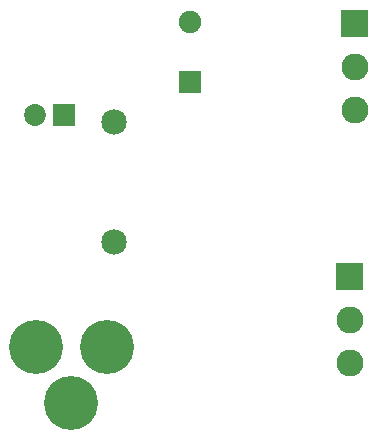
<source format=gts>
G04 MADE WITH FRITZING*
G04 WWW.FRITZING.ORG*
G04 DOUBLE SIDED*
G04 HOLES PLATED*
G04 CONTOUR ON CENTER OF CONTOUR VECTOR*
%ASAXBY*%
%FSLAX23Y23*%
%MOIN*%
%OFA0B0*%
%SFA1.0B1.0*%
%ADD10C,0.090000*%
%ADD11C,0.072992*%
%ADD12C,0.085000*%
%ADD13C,0.075000*%
%ADD14C,0.180000*%
%ADD15R,0.072992X0.072992*%
%ADD16R,0.001000X0.001000*%
%LNMASK1*%
G90*
G70*
G54D10*
X1262Y1408D03*
X1262Y1264D03*
X1262Y1119D03*
X1262Y1408D03*
X1262Y1264D03*
X1262Y1119D03*
G54D11*
X294Y1103D03*
X196Y1103D03*
G54D12*
X460Y1081D03*
X460Y681D03*
G54D10*
X1246Y565D03*
X1246Y421D03*
X1246Y276D03*
X1246Y565D03*
X1246Y421D03*
X1246Y276D03*
G54D13*
X713Y1413D03*
X713Y1213D03*
X713Y1413D03*
X713Y1213D03*
G54D14*
X436Y330D03*
X199Y330D03*
X317Y145D03*
X436Y330D03*
X199Y330D03*
X317Y145D03*
G54D15*
X294Y1103D03*
G54D16*
X1217Y1453D02*
X1306Y1453D01*
X1217Y1452D02*
X1306Y1452D01*
X1217Y1451D02*
X1306Y1451D01*
X1217Y1450D02*
X1306Y1450D01*
X1217Y1449D02*
X1306Y1449D01*
X1217Y1448D02*
X1306Y1448D01*
X1217Y1447D02*
X1306Y1447D01*
X1217Y1446D02*
X1306Y1446D01*
X1217Y1445D02*
X1306Y1445D01*
X1217Y1444D02*
X1306Y1444D01*
X1217Y1443D02*
X1306Y1443D01*
X1217Y1442D02*
X1306Y1442D01*
X1217Y1441D02*
X1306Y1441D01*
X1217Y1440D02*
X1306Y1440D01*
X1217Y1439D02*
X1306Y1439D01*
X1217Y1438D02*
X1306Y1438D01*
X1217Y1437D02*
X1306Y1437D01*
X1217Y1436D02*
X1306Y1436D01*
X1217Y1435D02*
X1306Y1435D01*
X1217Y1434D02*
X1306Y1434D01*
X1217Y1433D02*
X1306Y1433D01*
X1217Y1432D02*
X1306Y1432D01*
X1217Y1431D02*
X1306Y1431D01*
X1217Y1430D02*
X1306Y1430D01*
X1217Y1429D02*
X1306Y1429D01*
X1217Y1428D02*
X1306Y1428D01*
X1217Y1427D02*
X1306Y1427D01*
X1217Y1426D02*
X1256Y1426D01*
X1268Y1426D02*
X1306Y1426D01*
X1217Y1425D02*
X1253Y1425D01*
X1270Y1425D02*
X1306Y1425D01*
X1217Y1424D02*
X1251Y1424D01*
X1272Y1424D02*
X1306Y1424D01*
X1217Y1423D02*
X1250Y1423D01*
X1273Y1423D02*
X1306Y1423D01*
X1217Y1422D02*
X1249Y1422D01*
X1275Y1422D02*
X1306Y1422D01*
X1217Y1421D02*
X1248Y1421D01*
X1276Y1421D02*
X1306Y1421D01*
X1217Y1420D02*
X1247Y1420D01*
X1276Y1420D02*
X1306Y1420D01*
X1217Y1419D02*
X1246Y1419D01*
X1277Y1419D02*
X1306Y1419D01*
X1217Y1418D02*
X1245Y1418D01*
X1278Y1418D02*
X1306Y1418D01*
X1217Y1417D02*
X1245Y1417D01*
X1278Y1417D02*
X1306Y1417D01*
X1217Y1416D02*
X1244Y1416D01*
X1279Y1416D02*
X1306Y1416D01*
X1217Y1415D02*
X1244Y1415D01*
X1279Y1415D02*
X1306Y1415D01*
X1217Y1414D02*
X1243Y1414D01*
X1280Y1414D02*
X1306Y1414D01*
X1217Y1413D02*
X1243Y1413D01*
X1280Y1413D02*
X1306Y1413D01*
X1217Y1412D02*
X1243Y1412D01*
X1280Y1412D02*
X1306Y1412D01*
X1217Y1411D02*
X1243Y1411D01*
X1281Y1411D02*
X1306Y1411D01*
X1217Y1410D02*
X1242Y1410D01*
X1281Y1410D02*
X1306Y1410D01*
X1217Y1409D02*
X1242Y1409D01*
X1281Y1409D02*
X1306Y1409D01*
X1217Y1408D02*
X1242Y1408D01*
X1281Y1408D02*
X1306Y1408D01*
X1217Y1407D02*
X1242Y1407D01*
X1281Y1407D02*
X1306Y1407D01*
X1217Y1406D02*
X1242Y1406D01*
X1281Y1406D02*
X1306Y1406D01*
X1217Y1405D02*
X1243Y1405D01*
X1281Y1405D02*
X1306Y1405D01*
X1217Y1404D02*
X1243Y1404D01*
X1280Y1404D02*
X1306Y1404D01*
X1217Y1403D02*
X1243Y1403D01*
X1280Y1403D02*
X1306Y1403D01*
X1217Y1402D02*
X1243Y1402D01*
X1280Y1402D02*
X1306Y1402D01*
X1217Y1401D02*
X1244Y1401D01*
X1279Y1401D02*
X1306Y1401D01*
X1217Y1400D02*
X1244Y1400D01*
X1279Y1400D02*
X1306Y1400D01*
X1217Y1399D02*
X1245Y1399D01*
X1278Y1399D02*
X1306Y1399D01*
X1217Y1398D02*
X1245Y1398D01*
X1278Y1398D02*
X1306Y1398D01*
X1217Y1397D02*
X1246Y1397D01*
X1277Y1397D02*
X1306Y1397D01*
X1217Y1396D02*
X1247Y1396D01*
X1276Y1396D02*
X1306Y1396D01*
X1217Y1395D02*
X1248Y1395D01*
X1275Y1395D02*
X1306Y1395D01*
X1217Y1394D02*
X1249Y1394D01*
X1274Y1394D02*
X1306Y1394D01*
X1217Y1393D02*
X1250Y1393D01*
X1273Y1393D02*
X1306Y1393D01*
X1217Y1392D02*
X1251Y1392D01*
X1272Y1392D02*
X1306Y1392D01*
X1217Y1391D02*
X1253Y1391D01*
X1270Y1391D02*
X1306Y1391D01*
X1217Y1390D02*
X1256Y1390D01*
X1267Y1390D02*
X1306Y1390D01*
X1217Y1389D02*
X1306Y1389D01*
X1217Y1388D02*
X1306Y1388D01*
X1217Y1387D02*
X1306Y1387D01*
X1217Y1386D02*
X1306Y1386D01*
X1217Y1385D02*
X1306Y1385D01*
X1217Y1384D02*
X1306Y1384D01*
X1217Y1383D02*
X1306Y1383D01*
X1217Y1382D02*
X1306Y1382D01*
X1217Y1381D02*
X1306Y1381D01*
X1217Y1380D02*
X1306Y1380D01*
X1217Y1379D02*
X1306Y1379D01*
X1217Y1378D02*
X1306Y1378D01*
X1217Y1377D02*
X1306Y1377D01*
X1217Y1376D02*
X1306Y1376D01*
X1217Y1375D02*
X1306Y1375D01*
X1217Y1374D02*
X1306Y1374D01*
X1217Y1373D02*
X1306Y1373D01*
X1217Y1372D02*
X1306Y1372D01*
X1217Y1371D02*
X1306Y1371D01*
X1217Y1370D02*
X1306Y1370D01*
X1217Y1369D02*
X1306Y1369D01*
X1217Y1368D02*
X1306Y1368D01*
X1217Y1367D02*
X1306Y1367D01*
X1217Y1366D02*
X1306Y1366D01*
X1217Y1365D02*
X1306Y1365D01*
X1217Y1364D02*
X1306Y1364D01*
X676Y1250D02*
X750Y1250D01*
X676Y1249D02*
X750Y1249D01*
X676Y1248D02*
X750Y1248D01*
X676Y1247D02*
X750Y1247D01*
X676Y1246D02*
X750Y1246D01*
X676Y1245D02*
X750Y1245D01*
X676Y1244D02*
X750Y1244D01*
X676Y1243D02*
X750Y1243D01*
X676Y1242D02*
X750Y1242D01*
X676Y1241D02*
X750Y1241D01*
X676Y1240D02*
X750Y1240D01*
X676Y1239D02*
X750Y1239D01*
X676Y1238D02*
X750Y1238D01*
X676Y1237D02*
X750Y1237D01*
X676Y1236D02*
X750Y1236D01*
X676Y1235D02*
X750Y1235D01*
X676Y1234D02*
X750Y1234D01*
X676Y1233D02*
X750Y1233D01*
X676Y1232D02*
X750Y1232D01*
X676Y1231D02*
X750Y1231D01*
X676Y1230D02*
X750Y1230D01*
X676Y1229D02*
X750Y1229D01*
X676Y1228D02*
X750Y1228D01*
X676Y1227D02*
X750Y1227D01*
X676Y1226D02*
X750Y1226D01*
X676Y1225D02*
X750Y1225D01*
X676Y1224D02*
X750Y1224D01*
X676Y1223D02*
X750Y1223D01*
X676Y1222D02*
X750Y1222D01*
X676Y1221D02*
X709Y1221D01*
X716Y1221D02*
X750Y1221D01*
X676Y1220D02*
X707Y1220D01*
X718Y1220D02*
X750Y1220D01*
X676Y1219D02*
X706Y1219D01*
X719Y1219D02*
X750Y1219D01*
X676Y1218D02*
X705Y1218D01*
X720Y1218D02*
X750Y1218D01*
X676Y1217D02*
X705Y1217D01*
X721Y1217D02*
X750Y1217D01*
X676Y1216D02*
X704Y1216D01*
X721Y1216D02*
X750Y1216D01*
X676Y1215D02*
X704Y1215D01*
X722Y1215D02*
X750Y1215D01*
X676Y1214D02*
X704Y1214D01*
X722Y1214D02*
X750Y1214D01*
X676Y1213D02*
X704Y1213D01*
X722Y1213D02*
X750Y1213D01*
X676Y1212D02*
X704Y1212D01*
X722Y1212D02*
X750Y1212D01*
X676Y1211D02*
X704Y1211D01*
X722Y1211D02*
X750Y1211D01*
X676Y1210D02*
X704Y1210D01*
X722Y1210D02*
X750Y1210D01*
X676Y1209D02*
X704Y1209D01*
X721Y1209D02*
X750Y1209D01*
X676Y1208D02*
X705Y1208D01*
X721Y1208D02*
X750Y1208D01*
X676Y1207D02*
X706Y1207D01*
X720Y1207D02*
X750Y1207D01*
X676Y1206D02*
X707Y1206D01*
X719Y1206D02*
X750Y1206D01*
X676Y1205D02*
X708Y1205D01*
X718Y1205D02*
X750Y1205D01*
X676Y1204D02*
X711Y1204D01*
X714Y1204D02*
X750Y1204D01*
X676Y1203D02*
X750Y1203D01*
X676Y1202D02*
X750Y1202D01*
X676Y1201D02*
X750Y1201D01*
X676Y1200D02*
X750Y1200D01*
X676Y1199D02*
X750Y1199D01*
X676Y1198D02*
X750Y1198D01*
X676Y1197D02*
X750Y1197D01*
X676Y1196D02*
X750Y1196D01*
X676Y1195D02*
X750Y1195D01*
X676Y1194D02*
X750Y1194D01*
X676Y1193D02*
X750Y1193D01*
X676Y1192D02*
X750Y1192D01*
X676Y1191D02*
X750Y1191D01*
X676Y1190D02*
X750Y1190D01*
X676Y1189D02*
X750Y1189D01*
X676Y1188D02*
X750Y1188D01*
X676Y1187D02*
X750Y1187D01*
X676Y1186D02*
X750Y1186D01*
X676Y1185D02*
X750Y1185D01*
X676Y1184D02*
X750Y1184D01*
X676Y1183D02*
X750Y1183D01*
X676Y1182D02*
X750Y1182D01*
X676Y1181D02*
X750Y1181D01*
X676Y1180D02*
X750Y1180D01*
X676Y1179D02*
X750Y1179D01*
X676Y1178D02*
X750Y1178D01*
X676Y1177D02*
X750Y1177D01*
X676Y1176D02*
X750Y1176D01*
X1201Y610D02*
X1290Y610D01*
X1201Y609D02*
X1290Y609D01*
X1201Y608D02*
X1290Y608D01*
X1201Y607D02*
X1290Y607D01*
X1201Y606D02*
X1290Y606D01*
X1201Y605D02*
X1290Y605D01*
X1201Y604D02*
X1290Y604D01*
X1201Y603D02*
X1290Y603D01*
X1201Y602D02*
X1290Y602D01*
X1201Y601D02*
X1290Y601D01*
X1201Y600D02*
X1290Y600D01*
X1201Y599D02*
X1290Y599D01*
X1201Y598D02*
X1290Y598D01*
X1201Y597D02*
X1290Y597D01*
X1201Y596D02*
X1290Y596D01*
X1201Y595D02*
X1290Y595D01*
X1201Y594D02*
X1290Y594D01*
X1201Y593D02*
X1290Y593D01*
X1201Y592D02*
X1290Y592D01*
X1201Y591D02*
X1290Y591D01*
X1201Y590D02*
X1290Y590D01*
X1201Y589D02*
X1290Y589D01*
X1201Y588D02*
X1290Y588D01*
X1201Y587D02*
X1290Y587D01*
X1201Y586D02*
X1290Y586D01*
X1201Y585D02*
X1290Y585D01*
X1201Y584D02*
X1242Y584D01*
X1249Y584D02*
X1290Y584D01*
X1201Y583D02*
X1238Y583D01*
X1253Y583D02*
X1290Y583D01*
X1201Y582D02*
X1236Y582D01*
X1256Y582D02*
X1290Y582D01*
X1201Y581D02*
X1235Y581D01*
X1257Y581D02*
X1290Y581D01*
X1201Y580D02*
X1233Y580D01*
X1258Y580D02*
X1290Y580D01*
X1201Y579D02*
X1232Y579D01*
X1259Y579D02*
X1290Y579D01*
X1201Y578D02*
X1231Y578D01*
X1260Y578D02*
X1290Y578D01*
X1201Y577D02*
X1231Y577D01*
X1261Y577D02*
X1290Y577D01*
X1201Y576D02*
X1230Y576D01*
X1262Y576D02*
X1290Y576D01*
X1201Y575D02*
X1229Y575D01*
X1262Y575D02*
X1290Y575D01*
X1201Y574D02*
X1229Y574D01*
X1263Y574D02*
X1290Y574D01*
X1201Y573D02*
X1228Y573D01*
X1264Y573D02*
X1290Y573D01*
X1201Y572D02*
X1228Y572D01*
X1264Y572D02*
X1290Y572D01*
X1201Y571D02*
X1228Y571D01*
X1264Y571D02*
X1290Y571D01*
X1201Y570D02*
X1227Y570D01*
X1265Y570D02*
X1290Y570D01*
X1201Y569D02*
X1227Y569D01*
X1265Y569D02*
X1290Y569D01*
X1201Y568D02*
X1227Y568D01*
X1265Y568D02*
X1290Y568D01*
X1201Y567D02*
X1227Y567D01*
X1265Y567D02*
X1290Y567D01*
X1201Y566D02*
X1227Y566D01*
X1265Y566D02*
X1290Y566D01*
X1201Y565D02*
X1227Y565D01*
X1265Y565D02*
X1290Y565D01*
X1201Y564D02*
X1227Y564D01*
X1265Y564D02*
X1290Y564D01*
X1201Y563D02*
X1227Y563D01*
X1265Y563D02*
X1290Y563D01*
X1201Y562D02*
X1227Y562D01*
X1265Y562D02*
X1290Y562D01*
X1201Y561D02*
X1227Y561D01*
X1265Y561D02*
X1290Y561D01*
X1201Y560D02*
X1228Y560D01*
X1264Y560D02*
X1290Y560D01*
X1201Y559D02*
X1228Y559D01*
X1264Y559D02*
X1290Y559D01*
X1201Y558D02*
X1228Y558D01*
X1263Y558D02*
X1290Y558D01*
X1201Y557D02*
X1229Y557D01*
X1263Y557D02*
X1290Y557D01*
X1201Y556D02*
X1229Y556D01*
X1262Y556D02*
X1290Y556D01*
X1201Y555D02*
X1230Y555D01*
X1262Y555D02*
X1290Y555D01*
X1201Y554D02*
X1231Y554D01*
X1261Y554D02*
X1290Y554D01*
X1201Y553D02*
X1232Y553D01*
X1260Y553D02*
X1290Y553D01*
X1201Y552D02*
X1233Y552D01*
X1259Y552D02*
X1290Y552D01*
X1201Y551D02*
X1234Y551D01*
X1258Y551D02*
X1290Y551D01*
X1201Y550D02*
X1235Y550D01*
X1257Y550D02*
X1290Y550D01*
X1201Y549D02*
X1237Y549D01*
X1255Y549D02*
X1290Y549D01*
X1201Y548D02*
X1239Y548D01*
X1253Y548D02*
X1290Y548D01*
X1201Y547D02*
X1290Y547D01*
X1201Y546D02*
X1290Y546D01*
X1201Y545D02*
X1290Y545D01*
X1201Y544D02*
X1290Y544D01*
X1201Y543D02*
X1290Y543D01*
X1201Y542D02*
X1290Y542D01*
X1201Y541D02*
X1290Y541D01*
X1201Y540D02*
X1290Y540D01*
X1201Y539D02*
X1290Y539D01*
X1201Y538D02*
X1290Y538D01*
X1201Y537D02*
X1290Y537D01*
X1201Y536D02*
X1290Y536D01*
X1201Y535D02*
X1290Y535D01*
X1201Y534D02*
X1290Y534D01*
X1201Y533D02*
X1290Y533D01*
X1201Y532D02*
X1290Y532D01*
X1201Y531D02*
X1290Y531D01*
X1201Y530D02*
X1290Y530D01*
X1201Y529D02*
X1290Y529D01*
X1201Y528D02*
X1290Y528D01*
X1201Y527D02*
X1290Y527D01*
X1201Y526D02*
X1290Y526D01*
X1201Y525D02*
X1290Y525D01*
X1201Y524D02*
X1290Y524D01*
X1201Y523D02*
X1290Y523D01*
X1201Y522D02*
X1290Y522D01*
X1201Y521D02*
X1290Y521D01*
D02*
G04 End of Mask1*
M02*
</source>
